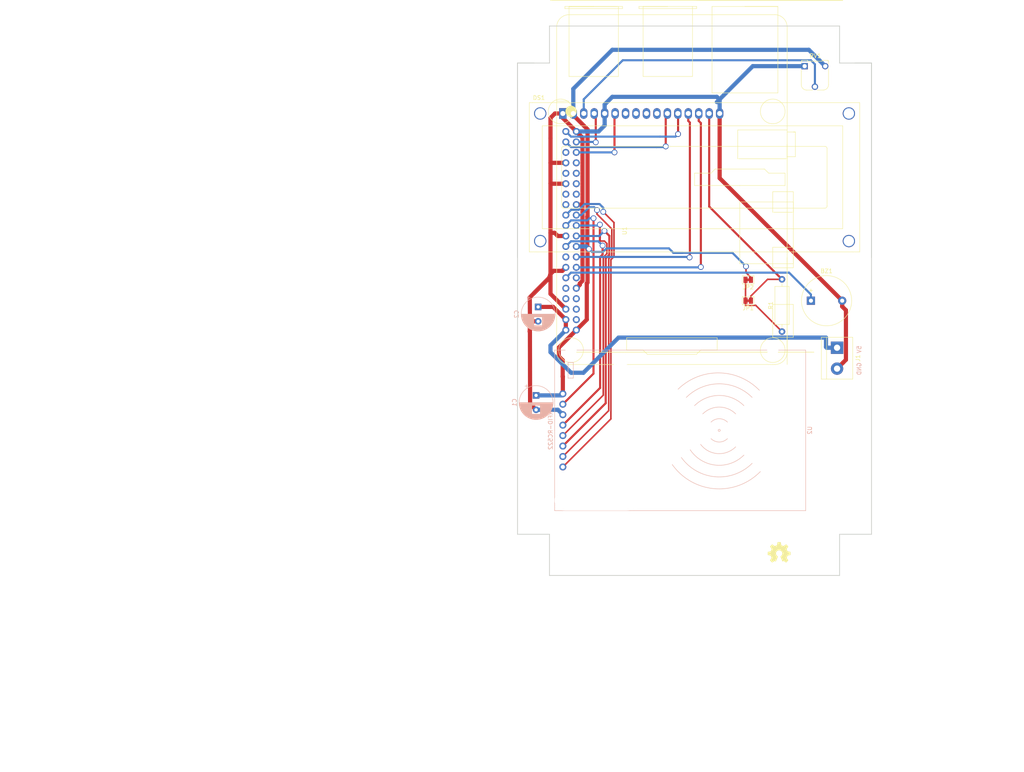
<source format=kicad_pcb>
(kicad_pcb (version 20221018) (generator pcbnew)
  (title_block (date "26 jul 2013"))
  (layers (0 "F.Cu" signal) (31 "B.Cu" signal) (34 "B.Paste" user) (35 "F.Paste" user) (36 "B.SilkS" user "B.Silkscreen") (37 "F.SilkS" user "F.Silkscreen") (38 "B.Mask" user) (39 "F.Mask" user) (44 "Edge.Cuts" user))
  (net 0 "")
  (net 1 "GND")
  (net 2 "+3V3")
  (net 3 "Net-(U1-Pad3)")
  (net 4 "Net-(U1-Pad5)")
  (net 5 "Net-(U1-Pad8)")
  (net 6 "Net-(U1-Pad10)")
  (net 7 "Net-(U1-Pad11)")
  (net 8 "Net-(BZ1-Pad1)")
  (net 9 "Net-(DS1-Pad3)")
  (net 10 "Net-(DS1-Pad4)")
  (net 11 "Net-(DS1-Pad6)")
  (net 12 "Net-(DS1-Pad7)")
  (net 13 "Net-(DS1-Pad8)")
  (net 14 "Net-(DS1-Pad9)")
  (net 15 "Net-(DS1-Pad10)")
  (net 16 "Net-(DS1-Pad11)")
  (net 17 "Net-(DS1-Pad12)")
  (net 18 "Net-(DS1-Pad13)")
  (net 19 "Net-(DS1-Pad14)")
  (net 20 "Net-(DS1-Pad15)")
  (net 21 "Net-(JP1-Pad2)")
  (net 22 "Net-(U1-Pad16)")
  (net 23 "Net-(U1-Pad21)")
  (net 24 "Net-(U1-Pad24)")
  (net 25 "Net-(U1-Pad26)")
  (net 26 "Net-(U1-Pad27)")
  (net 27 "Net-(U1-Pad28)")
  (net 28 "Net-(U1-Pad29)")
  (net 29 "Net-(U1-Pad31)")
  (net 30 "Net-(U1-Pad32)")
  (net 31 "+5V")
  (net 32 "Net-(U1-Pad7)")
  (net 33 "Net-(U1-Pad19)")
  (net 34 "Net-(U1-Pad23)")
  (net 35 "Net-(U1-Pad33)")
  (net 36 "Net-(U1-Pad36)")
  (net 37 "Net-(U1-Pad22)")
  (net 38 "Net-(U1-Pad18)")
  (footprint "Wire_Pads:SolderWirePad_single_1-2mmDrill" (layer "F.Cu") (at 26.0756 81.8798)
    (fp_text reference "REF**" hide)
    (fp_text value "SolderWirePad_single_1-2mmDrill" hide)
  )
  (footprint "Jumper:SolderJumper-2_P1.3mm_Bridged_Pad1.0x1.5mm" (layer "F.Cu") (at 193.04 110.49 180)
    (fp_text reference "JP1" (at 0 -1.8) (layer "F.SilkS"))
    (fp_text value "SolderJumper_2_Bridged")
    (fp_poly (pts (xy -0.25 -0.3) (xy 0.25 -0.3) (xy 0.25 0.3) (xy -0.25 0.3)) (fill solid) (layer "F.Cu"))
    (pad "1" smd rect (at -0.65 0 180) (size 1 1.5) (layers "F.Cu" "F.Mask") (net 20 "Net-(DS1-Pad15)"))
    (pad "2" smd rect (at 0.65 0 180) (size 1 1.5) (layers "F.Cu" "F.Mask") (net 21 "Net-(JP1-Pad2)"))
  )
  (footprint "Jumper:SolderJumper-2_P1.3mm_Bridged_Pad1.0x1.5mm" (layer "F.Cu") (at 193.04 105.41 180)
    (fp_text reference "JP2" (at 0 -1.8) (layer "F.SilkS"))
    (fp_text value "SolderJumper_2_Bridged")
    (fp_poly (pts (xy -0.25 -0.3) (xy 0.25 -0.3) (xy 0.25 0.3) (xy -0.25 0.3)) (fill solid) (layer "F.Cu"))
    (pad "1" smd rect (at -0.65 0 180) (size 1 1.5) (layers "F.Cu" "F.Mask") (net 2 "+3V3"))
    (pad "2" smd rect (at 0.65 0 180) (size 1 1.5) (layers "F.Cu" "F.Mask") (net 21 "Net-(JP1-Pad2)"))
  )
  (footprint "Resistor_THT:R_Axial_DIN0309_L9.0mm_D3.2mm_P12.70mm_Horizontal" (layer "F.Cu") (at 201.25 118 90)
    (fp_text reference "R1" (at 6.35 -2.72 90) (layer "F.SilkS"))
    (fp_text value "R")
    (pad "1" thru_hole circle (at 0 0 90) (size 1.6 1.6) (drill 0.8) (layers "*.Cu" "*.Mask") (net 21 "Net-(JP1-Pad2)"))
    (pad "2" thru_hole oval (at 12.7 0 90) (size 1.6 1.6) (drill 0.8) (layers "*.Cu" "*.Mask") (net 20 "Net-(DS1-Pad15)"))
  )
  (footprint "Potentiometer_THT:Potentiometer_Runtron_RM-065_Vertical" (layer "F.Cu") (at 206.75 53.5)
    (fp_text reference "RV1" (at 2.6 -2.5) (layer "F.SilkS"))
    (fp_text value "R_POT")
    (pad "1" thru_hole rect (at 0 0) (size 1.55 1.55) (drill 1) (layers "*.Cu" "*.Mask") (net 1 "GND"))
    (pad "2" thru_hole circle (at 2.5 5) (size 1.55 1.55) (drill 1) (layers "*.Cu" "*.Mask") (net 9 "Net-(DS1-Pad3)"))
    (pad "3" thru_hole circle (at 5 0) (size 1.55 1.55) (drill 1) (layers "*.Cu" "*.Mask") (net 2 "+3V3"))
  )
  (footprint "MountingHole:MountingHole_2.5mm" (layer "F.Cu") (at 219 100)
    (fp_text reference "REF**" hide)
    (fp_text value "MountingHole_2.5mm")
    (pad "" np_thru_hole circle (at 0 0) (size 2.5 2.5) (drill 2.5) (layers "*.Cu" "*.Mask"))
  )
  (footprint "MountingHole:MountingHole_2.5mm" (layer "F.Cu") (at 141 100)
    (fp_text reference "REF**" hide)
    (fp_text value "MountingHole_2.5mm")
    (pad "" np_thru_hole circle (at 0 0) (size 2.5 2.5) (drill 2.5) (layers "*.Cu" "*.Mask"))
  )
  (footprint "MountingHole:MountingHole_2.5mm" (layer "F.Cu") (at 219 59)
    (fp_text reference "REF**" hide)
    (fp_text value "MountingHole_2.5mm")
    (pad "" np_thru_hole circle (at 0 0) (size 2.5 2.5) (drill 2.5) (layers "*.Cu" "*.Mask"))
  )
  (footprint "MountingHole:MountingHole_2.5mm" (layer "F.Cu") (at 141 59)
    (fp_text reference "REF**" hide)
    (fp_text value "MountingHole_2.5mm")
    (pad "" np_thru_hole circle (at 0 0) (size 2.5 2.5) (drill 2.5) (layers "*.Cu" "*.Mask"))
  )
  (footprint "MountingHole:MountingHole_2.5mm" (layer "F.Cu") (at 219 160)
    (fp_text reference "REF**" hide)
    (fp_text value "MountingHole_2.5mm")
    (pad "" np_thru_hole circle (at 0 0) (size 2.5 2.5) (drill 2.5) (layers "*.Cu" "*.Mask"))
  )
  (footprint "Buzzer_Beeper:Buzzer_12x9.5RM7.6" (layer "F.Cu") (at 208.28 110.49)
    (fp_text reference "BZ1" (at 3.8 -7.2) (layer "F.SilkS"))
    (fp_text value "Buzzer")
    (fp_text user "+" (at -0.01 -2.54) (layer "F.SilkS"))
    (pad "1" thru_hole rect (at 0 0) (size 2 2) (drill 1) (layers "*.Cu" "*.Mask") (net 8 "Net-(BZ1-Pad1)"))
    (pad "2" thru_hole circle (at 7.6 0) (size 2 2) (drill 1) (layers "*.Cu" "*.Mask") (net 1 "GND"))
  )
  (footprint "Display:WC1602A" (layer "F.Cu") (at 148 65)
    (fp_text reference "DS1" (at -5.82 -3.81) (layer "F.SilkS"))
    (fp_text value "WC1602A")
    (pad "" thru_hole circle (at -5.4991 0) (size 3 3) (drill 2.5) (layers "*.Cu" "*.Mask"))
    (pad "" thru_hole circle (at -5.4991 31.0007) (size 3 3) (drill 2.5) (layers "*.Cu" "*.Mask"))
    (pad "" thru_hole circle (at 69.49948 31.0007) (size 3 3) (drill 2.5) (layers "*.Cu" "*.Mask"))
    (pad "" thru_hole circle (at 69.5 0) (size 3 3) (drill 2.5) (layers "*.Cu" "*.Mask"))
    (pad "1" thru_hole rect (at 0 0) (size 1.8 2.6) (drill 1.2) (layers "*.Cu" "*.Mask") (net 1 "GND"))
    (pad "2" thru_hole oval (at 2.54 0) (size 1.8 2.6) (drill 1.2) (layers "*.Cu" "*.Mask") (net 2 "+3V3"))
    (pad "3" thru_hole oval (at 5.08 0) (size 1.8 2.6) (drill 1.2) (layers "*.Cu" "*.Mask") (net 9 "Net-(DS1-Pad3)"))
    (pad "4" thru_hole oval (at 7.62 0) (size 1.8 2.6) (drill 1.2) (layers "*.Cu" "*.Mask") (net 10 "Net-(DS1-Pad4)"))
    (pad "5" thru_hole oval (at 10.16 0) (size 1.8 2.6) (drill 1.2) (layers "*.Cu" "*.Mask") (net 1 "GND"))
    (pad "6" thru_hole oval (at 12.7 0) (size 1.8 2.6) (drill 1.2) (layers "*.Cu" "*.Mask") (net 11 "Net-(DS1-Pad6)"))
    (pad "7" thru_hole oval (at 15.24 0) (size 1.8 2.6) (drill 1.2) (layers "*.Cu" "*.Mask") (net 12 "Net-(DS1-Pad7)"))
    (pad "8" thru_hole oval (at 17.78 0) (size 1.8 2.6) (drill 1.2) (layers "*.Cu" "*.Mask") (net 13 "Net-(DS1-Pad8)"))
    (pad "9" thru_hole oval (at 20.32 0) (size 1.8 2.6) (drill 1.2) (layers "*.Cu" "*.Mask") (net 14 "Net-(DS1-Pad9)"))
    (pad "10" thru_hole oval (at 22.86 0) (size 1.8 2.6) (drill 1.2) (layers "*.Cu" "*.Mask") (net 15 "Net-(DS1-Pad10)"))
    (pad "11" thru_hole oval (at 25.4 0) (size 1.8 2.6) (drill 1.2) (layers "*.Cu" "*.Mask") (net 16 "Net-(DS1-Pad11)"))
    (pad "12" thru_hole oval (at 27.94 0) (size 1.8 2.6) (drill 1.2) (layers "*.Cu" "*.Mask") (net 17 "Net-(DS1-Pad12)"))
    (pad "13" thru_hole oval (at 30.48 0) (size 1.8 2.6) (drill 1.2) (layers "*.Cu" "*.Mask") (net 18 "Net-(DS1-Pad13)"))
    (pad "14" thru_hole oval (at 33.02 0) (size 1.8 2.6) (drill 1.2) (layers "*.Cu" "*.Mask") (net 19 "Net-(DS1-Pad14)"))
    (pad "15" thru_hole oval (at 35.56 0) (size 1.8 2.6) (drill 1.2) (layers "*.Cu" "*.Mask") (net 20 "Net-(DS1-Pad15)"))
    (pad "16" thru_hole oval (at 38.1 0) (size 1.8 2.6) (drill 1.2) (layers "*.Cu" "*.Mask") (net 1 "GND"))
  )
  (footprint "TerminalBlock:TerminalBlock_bornier-2_P5.08mm" (layer "F.Cu") (at 214.63 121.92 -90)
    (fp_text reference "J1" (at 2.54 -5.08 90) (layer "F.SilkS"))
    (fp_text value "Screw_Terminal_01x02")
    (pad "1" thru_hole rect (at 0 0 270) (size 3 3) (drill 1.52) (layers "*.Cu" "*.Mask") (net 31 "+5V"))
    (pad "2" thru_hole circle (at 5.08 0 270) (size 3 3) (drill 1.52) (layers "*.Cu" "*.Mask") (net 1 "GND"))
  )
  (footprint "MountingHole:MountingHole_2.5mm" (layer "F.Cu") (at 141 160)
    (fp_text reference "REF**" hide)
    (fp_text value "MountingHole_2.5mm")
    (pad "" np_thru_hole circle (at 0 0) (size 2.5 2.5) (drill 2.5) (layers "*.Cu" "*.Mask"))
  )
  (footprint "MountingHole:MountingHole_2.5mm" (layer "F.Cu") (at 156 159)
    (fp_text reference "REF**" hide)
    (fp_text value "MountingHole_2.5mm")
    (pad "" np_thru_hole oval (at 0 0) (size 20 5) (drill oval 20 5) (layers "*.Cu" "*.Mask"))
  )
  (footprint "library:OSHW_LOGL_SYLK_5mm" (layer "F.Cu") (at 200.5584 171.6278)
    (fp_text reference "OSHW" hide)
    (fp_text value "1.1" hide)
  )
  (footprint "library:RaspberryPiModelB" (layer "F.Cu") (at 150 93.5 90)
    (fp_text reference "U1" (at 0 13 90) (layer "F.SilkS"))
    (fp_text value "RASPBERRYPI_GPIO_40")
    (pad "" np_thru_hole circle (at -29 0 90) (size 2.75 2.75) (drill 2.75) (layers "*.Cu" "*.Mask"))
    (pad "" np_thru_hole circle (at -29 49 90) (size 2.75 2.75) (drill 2.75) (layers "*.Cu" "*.Mask"))
    (pad "" smd circle (at 29 0 90) (size 2.75 2.75) (layers "F.SilkS"))
    (pad "" np_thru_hole circle (at 29 49 90) (size 2.75 2.75) (drill 2.75) (layers "*.Cu" "*.Mask"))
    (pad "1" thru_hole circle (at -24.13 1.27 90) (size 1.7 1.7) (drill 1) (layers "*.Cu" "*.Mask") (net 2 "+3V3"))
    (pad "2" thru_hole circle (at -24.13 -1.27 90) (size 1.7 1.7) (drill 1) (layers "*.Cu" "*.Mask") (net 31 "+5V"))
    (pad "3" thru_hole circle (at -21.59 1.27 90) (size 1.7 1.7) (drill 1) (layers "*.Cu" "*.Mask") (net 3 "Net-(U1-Pad3)"))
    (pad "4" thru_hole circle (at -21.59 -1.27 90) (size 1.7 1.7) (drill 1) (layers "*.Cu" "*.Mask") (net 31 "+5V"))
    (pad "5" thru_hole circle (at -19.05 1.27 90) (size 1.7 1.7) (drill 1) (layers "*.Cu" "*.Mask") (net 4 "Net-(U1-Pad5)"))
    (pad "6" thru_hole circle (at -19.05 -1.27 90) (size 1.7 1.7) (drill 1) (layers "*.Cu" "*.Mask") (net 1 "GND"))
    (pad "7" thru_hole circle (at -16.51 1.27 90) (size 1.7 1.7) (drill 1) (layers "*.Cu" "*.Mask") (net 32 "Net-(U1-Pad7)"))
    (pad "8" thru_hole circle (at -16.51 -1.27 90) (size 1.7 1.7) (drill 1) (layers "*.Cu" "*.Mask") (net 5 "Net-(U1-Pad8)"))
    (pad "9" thru_hole circle (at -13.97 1.27 90) (size 1.7 1.7) (drill 1) (layers "*.Cu" "*.Mask") (net 1 "GND"))
    (pad "10" thru_hole circle (at -13.97 -1.27 90) (size 1.7 1.7) (drill 1) (layers "*.Cu" "*.Mask") (net 6 "Net-(U1-Pad10)"))
    (pad "11" thru_hole circle (at -11.43 1.27 90) (size 1.7 1.7) (drill 1) (layers "*.Cu" "*.Mask") (net 7 "Net-(U1-Pad11)"))
    (pad "12" thru_hole circle (at -11.43 -1.27 90) (size 1.7 1.7) (drill 1) (layers "*.Cu" "*.Mask") (net 8 "Net-(BZ1-Pad1)"))
    (pad "13" thru_hole circle (at -8.89 1.27 90) (size 1.7 1.7) (drill 1) (layers "*.Cu" "*.Mask") (net 19 "Net-(DS1-Pad14)"))
    (pad "14" thru_hole circle (at -8.89 -1.27 90) (size 1.7 1.7) (drill 1) (layers "*.Cu" "*.Mask") (net 1 "GND"))
    (pad "15" thru_hole circle (at -6.35 1.27 90) (size 1.7 1.7) (drill 1) (layers "*.Cu" "*.Mask") (net 18 "Net-(DS1-Pad13)"))
    (pad "16" thru_hole circle (at -6.35 -1.27 90) (size 1.7 1.7) (drill 1) (layers "*.Cu" "*.Mask") (net 22 "Net-(U1-Pad16)"))
    (pad "17" thru_hole circle (at -3.81 1.27 90) (size 1.7 1.7) (drill 1) (layers "*.Cu" "*.Mask") (net 2 "+3V3"))
    (pad "18" thru_hole circle (at -3.81 -1.27 90) (size 1.7 1.7) (drill 1) (layers "*.Cu" "*.Mask") (net 38 "Net-(U1-Pad18)"))
    (pad "19" thru_hole circle (at -1.27 1.27 90) (size 1.7 1.7) (drill 1) (layers "*.Cu" "*.Mask") (net 33 "Net-(U1-Pad19)"))
    (pad "20" thru_hole circle (at -1.27 -1.27 90) (size 1.7 1.7) (drill 1) (layers "*.Cu" "*.Mask") (net 1 "GND"))
    (pad "21" thru_hole circle (at 1.27 1.27 90) (size 1.7 1.7) (drill 1) (layers "*.Cu" "*.Mask") (net 23 "Net-(U1-Pad21)"))
    (pad "22" thru_hole circle (at 1.27 -1.27 90) (size 1.7 1.7) (drill 1) (layers "*.Cu" "*.Mask") (net 37 "Net-(U1-Pad22)"))
    (pad "23" thru_hole circle (at 3.81 1.27 90) (size 1.7 1.7) (drill 1) (layers "*.Cu" "*.Mask") (net 34 "Net-(U1-Pad23)"))
    (pad "24" thru_hole circle (at 3.81 -1.27 90) (size 1.7 1.7) (drill 1) (layers "*.Cu" "*.Mask") (net 24 "Net-(U1-Pad24)"))
    (pad "25" thru_hole circle (at 6.35 1.27 90) (size 1.7 1.7) (drill 1) (layers "*.Cu" "*.Mask") (net 1 "GND"))
    (pad "26" thru_hole circle (at 6.35 -1.27 90) (size 1.7 1.7) (drill 1) (layers "*.Cu" "*.Mask") (net 25 "Net-(U1-Pad26)"))
    (pad "27" thru_hole circle (at 8.89 1.27 90) (size 1.7 1.7) (drill 1) (layers "*.Cu" "*.Mask") (net 26 "Net-(U1-Pad27)"))
    (pad "28" thru_hole circle (at 8.89 -1.27 90) (size 1.7 1.7) (drill 1) (layers "*.Cu" "*.Mask") (net 27 "Net-(U1-Pad28)"))
    (pad "29" thru_hole circle (at 11.43 1.27 90) (size 1.7 1.7) (drill 1) (layers "*.Cu" "*.Mask") (net 28 "Net-(U1-Pad29)"))
    (pad "30" thru_hole circle (at 11.43 -1.27 90) (size 1.7 1.7) (drill 1) (layers "*.Cu" "*.Mask") (net 1 "GND"))
    (pad "31" thru_hole circle (at 13.97 1.27 90) (size 1.7 1.7) (drill 1) (layers "*.Cu" "*.Mask") (net 29 "Net-(U1-Pad31)"))
    (pad "32" thru_hole circle (at 13.97 -1.27 90) (size 1.7 1.7) (drill 1) (layers "*.Cu" "*.Mask") (net 30 "Net-(U1-Pad32)"))
    (pad "33" thru_hole circle (at 16.51 1.27 90) (size 1.7 1.7) (drill 1) (layers "*.Cu" "*.Mask") (net 35 "Net-(U1-Pad33)"))
    (pad "34" thru_hole circle (at 16.51 -1.27 90) (size 1.7 1.7) (drill 1) (layers "*.Cu" "*.Mask") (net 1 "GND"))
    (pad "35" thru_hole circle (at 19.05 1.27 90) (size 1.7 1.7) (drill 1) (layers "*.Cu" "*.Mask") (net 11 "Net-(DS1-Pad6)"))
    (pad "36" thru_hole circle (at 19.05 -1.27 90) (size 1.7 1.7) (drill 1) (layers "*.Cu" "*.Mask") (net 36 "Net-(U1-Pad36)"))
    (pad "37" thru_hole circle (at 21.59 1.27 90) (size 1.7 1.7) (drill 1) (layers "*.Cu" "*.Mask") (net 10 "Net-(DS1-Pad4)"))
    (pad "38" thru_hole circle (at 21.59 -1.27 90) (size 1.7 1.7) (drill 1) (layers "*.Cu" "*.Mask") (net 16 "Net-(DS1-Pad11)"))
    (pad "39" thru_hole circle (at 24.13 1.27 90) (size 1.7 1.7) (drill 1) (layers "*.Cu" "*.Mask") (net 1 "GND"))
    (pad "40" thru_hole circle (at 24.13 -1.27 90) (size 1.7 1.7) (drill 1) (layers "*.Cu" "*.Mask") (net 17 "Net-(DS1-Pad12)"))
  )
  (footprint "Capacitor_THT:CP_Radial_D8.0mm_P3.50mm" (layer "B.Cu") (at 142 112 -90)
    (fp_text reference "C2" (at 1.75 5.25 270) (layer "B.SilkS") (effects (justify mirror)))
    (fp_text value "CP")
    (pad "1" thru_hole rect (at 0 0 270) (size 1.6 1.6) (drill 0.8) (layers "*.Cu" "*.Mask") (net 31 "+5V"))
    (pad "2" thru_hole circle (at 3.5 0 270) (size 1.6 1.6) (drill 0.8) (layers "*.Cu" "*.Mask") (net 1 "GND"))
  )
  (footprint "library:RFID-RC522" (layer "B.Cu") (at 148 142 -90)
    (fp_text reference "U2" (at 0 -60 270) (layer "B.SilkS") (effects (justify mirror)))
    (fp_text value "RFID-RC522" (at 0 3 270) (layer "B.SilkS") (effects (justify mirror)))
    (pad "" np_thru_hole circle (at -17 -14 270) (size 3.8 3.8) (drill 3.8) (layers "*.Cu" "*.Mask"))
    (pad "" np_thru_hole circle (at -12.5 -52 270) (size 3.8 3.8) (drill 3.8) (layers "*.Cu" "*.Mask"))
    (pad "" np_thru_hole circle (at 12.5 -52 270) (size 3.8 3.8) (drill 3.8) (layers "*.Cu" "*.Mask"))
    (pad "" np_thru_hole circle (at 17 -14 270) (size 3.8 3.8) (drill 3.8) (layers "*.Cu" "*.Mask"))
    (pad "1" thru_hole circle (at -8.89 0 270) (size 1.7 1.7) (drill 1) (layers "*.Cu" "*.Mask") (net 2 "+3V3"))
    (pad "2" thru_hole circle (at -6.35 0 270) (size 1.7 1.7) (drill 1) (layers "*.Cu" "*.Mask") (net 37 "Net-(U1-Pad22)"))
    (pad "3" thru_hole circle (at -3.81 0 270) (size 1.7 1.7) (drill 1) (layers "*.Cu" "*.Mask") (net 1 "GND"))
    (pad "4" thru_hole circle (at -1.27 0 270) (size 1.7 1.7) (drill 1) (layers "*.Cu" "*.Mask") (net 38 "Net-(U1-Pad18)"))
    (pad "5" thru_hole circle (at 1.27 0 270) (size 1.7 1.7) (drill 1) (layers "*.Cu" "*.Mask") (net 23 "Net-(U1-Pad21)"))
    (pad "6" thru_hole circle (at 3.81 0 270) (size 1.7 1.7) (drill 1) (layers "*.Cu" "*.Mask") (net 33 "Net-(U1-Pad19)"))
    (pad "7" thru_hole circle (at 6.35 0 270) (size 1.7 1.7) (drill 1) (layers "*.Cu" "*.Mask") (net 34 "Net-(U1-Pad23)"))
    (pad "8" thru_hole circle (at 8.89 0 270) (size 1.7 1.7) (drill 1) (layers "*.Cu" "*.Mask") (net 24 "Net-(U1-Pad24)"))
  )
  (footprint "Capacitor_THT:CP_Radial_D8.0mm_P3.50mm" (layer "B.Cu") (at 141.5 133.5 -90)
    (fp_text reference "C1" (at 1.75 5.25 90) (layer "B.SilkS") (effects (justify mirror)))
    (fp_text value "CP")
    (pad "1" thru_hole rect (at 0 0 270) (size 1.6 1.6) (drill 0.8) (layers "*.Cu" "*.Mask") (net 2 "+3V3"))
    (pad "2" thru_hole circle (at 3.5 0 270) (size 1.6 1.6) (drill 0.8) (layers "*.Cu" "*.Mask") (net 1 "GND"))
  )
  (gr_line (start 216 37.5) (end 145 37.5) (stroke (width 0.15)) (layer "F.SilkS"))
  (gr_line (start 180 123) (end 151 123) (stroke (width 0.15)) (layer "F.SilkS"))
  (gr_line (start 180 123) (end 209 123) (stroke (width 0.15)) (layer "F.SilkS"))
  (gr_line (start 180.5 37.5) (end 216 37.5) (stroke (width 0.15)) (layer "F.SilkS"))
  (gr_line (start 223 53) (end 223 59) (stroke (width 0.2)) (layer "Edge.Cuts"))
  (gr_line (start 137 52.75) (end 137 53) (stroke (width 0.2)) (layer "Edge.Cuts"))
  (gr_line (start 144.75 52.75) (end 137 52.75) (stroke (width 0.2)) (layer "Edge.Cuts"))
  (gr_line (start 137 167.25) (end 137 52.75) (stroke (width 0.2)) (layer "Edge.Cuts"))
  (gr_line (start 223 52.75) (end 215.25 52.75) (stroke (width 0.2)) (layer "Edge.Cuts"))
  (gr_line (start 141 52.75) (end 137 52.75) (stroke (width 0.2)) (layer "Edge.Cuts"))
  (gr_line (start 137 59) (end 137 100) (stroke (width 0.2)) (layer "Edge.Cuts"))
  (gr_line (start 223 167.25) (end 215.25 167.25) (stroke (width 0.2)) (layer "Edge.Cuts"))
  (gr_line (start 215.25 43.75) (end 144.75 43.75) (stroke (width 0.2)) (layer "Edge.Cuts"))
  (gr_line (start 223 52.75) (end 219 52.75) (stroke (width 0.2)) (layer "Edge.Cuts"))
  (gr_line (start 215.25 52.75) (end 215.25 43.75) (stroke (width 0.2)) (layer "Edge.Cuts"))
  (gr_line (start 137 59) (end 137 53) (stroke (width 0.2)) (layer "Edge.Cuts"))
  (gr_line (start 144.75 43.75) (end 144.75 52.75) (stroke (width 0.2)) (layer "Edge.Cuts"))
  (gr_line (start 223 100) (end 223 59) (stroke (width 0.2)) (layer "Edge.Cuts"))
  (gr_line (start 215.25 177.25) (end 144.75 177.25) (stroke (width 0.2)) (layer "Edge.Cuts"))
  (gr_line (start 223 53) (end 223 52.75) (stroke (width 0.2)) (layer "Edge.Cuts"))
  (gr_line (start 144.75 167.25) (end 137 167.25) (stroke (width 0.2)) (layer "Edge.Cuts"))
  (gr_line (start 144.75 177.25) (end 144.75 167.25) (stroke (width 0.2)) (layer "Edge.Cuts"))
  (gr_line (start 215.25 167.25) (end 215.25 177.25) (stroke (width 0.2)) (layer "Edge.Cuts"))
  (gr_line (start 223 52.75) (end 223 167.25) (stroke (width 0.2)) (layer "Edge.Cuts"))
  (gr_text "5V   GND" (at 220 125 90) (layer "B.SilkS") (effects (font (size 1 1)) (justify mirror)))
  (segment (start 145.760001 103.239999) (end 145 104) (width 1.016) (layer "F.Cu") (net 1))
  (segment (start 140 118) (end 140.041999 135.541999) (width 1.016) (layer "F.Cu") (net 1))
  (segment (start 145 66.084) (end 145 71) (width 1.016) (layer "F.Cu") (net 1))
  (segment (start 148 66.1) (end 151.27 69.37) (width 1.016) (layer "F.Cu") (net 1))
  (segment (start 152.119999 106.620001) (end 152.119999 106.311843) (width 1.016) (layer "F.Cu") (net 1))
  (segment (start 140.97 108.6866) (end 139.969199 109.687401) (width 1.016) (layer "F.Cu") (net 1))
  (segment (start 141.1224 108.5088) (end 144.653 104.9782) (width 1.016) (layer "F.Cu") (net 1))
  (segment (start 148.73 94.77) (end 146.77 94.77) (width 1.016) (layer "F.Cu") (net 1))
  (segment (start 140.48436 115.5) (end 142 115.5) (width 1.016) (layer "F.Cu") (net 1))
  (segment (start 216.788001 112.812214) (end 216.788001 124.841999) (width 1.016) (layer "F.Cu") (net 1))
  (segment (start 146 94) (end 145 94) (width 1.016) (layer "F.Cu") (net 1))
  (segment (start 139.969199 109.687401) (end 140 114) (width 1.016) (layer "F.Cu") (net 1))
  (segment (start 144.658901 104.997699) (end 145 104) (width 1.016) (layer "F.Cu") (net 1))
  (segment (start 215.88 110.49) (end 215.88 111.904213) (width 1.016) (layer "F.Cu") (net 1))
  (segment (start 186.1 65) (end 186.1 80.71) (width 1.016) (layer "F.Cu") (net 1))
  (segment (start 152.778001 87.221999) (end 152.706002 87.15) (width 1.016) (layer "F.Cu") (net 1))
  (segment (start 139.99218 115.00782) (end 140.48436 115.5) (width 1.016) (layer "F.Cu") (net 1))
  (segment (start 140.041999 135.541999) (end 140.700001 136.200001) (width 1.016) (layer "F.Cu") (net 1))
  (segment (start 139.969199 117.969199) (end 140 118) (width 1.016) (layer "F.Cu") (net 1))
  (segment (start 145 108.82) (end 145 104) (width 1.016) (layer "F.Cu") (net 1))
  (segment (start 148.73 76.99) (end 145.01 76.99) (width 1.016) (layer "F.Cu") (net 1))
  (segment (start 148.73 102.39) (end 147.880001 103.239999) (width 1.016) (layer "F.Cu") (net 1))
  (segment (start 151.27 87.15) (end 152.706002 87.15) (width 1.016) (layer "F.Cu") (net 1))
  (segment (start 139.99218 115.00782) (end 139.969199 117.969199) (width 1.016) (layer "F.Cu") (net 1))
  (segment (start 216.788001 124.841999) (end 216.129999 125.500001) (width 1.016) (layer "F.Cu") (net 1))
  (segment (start 146.77 94.77) (end 146 94) (width 1.016) (layer "F.Cu") (net 1))
  (segment (start 144.653 104.9782) (end 140.97 108.6866) (width 1.016) (layer "F.Cu") (net 1))
  (segment (start 152.119999 106.311843) (end 152.778001 105.653841) (width 1.016) (layer "F.Cu") (net 1))
  (segment (start 144.653 104.9782) (end 144.658901 104.997699) (width 1.016) (layer "F.Cu") (net 1))
  (segment (start 148.73 82.07) (end 145.07 82.07) (width 1.016) (layer "F.Cu") (net 1))
  (segment (start 145 82) (end 145 77) (width 1.016) (layer "F.Cu") (net 1))
  (segment (start 152.778001 70.878001) (end 152.778001 87.221999) (width 1.016) (layer "F.Cu") (net 1))
  (segment (start 147.880001 103.239999) (end 145.760001 103.239999) (width 1.016) (layer "F.Cu") (net 1))
  (segment (start 145 77) (end 145 71) (width 1.016) (layer "F.Cu") (net 1))
  (segment (start 186.1 80.71) (end 215.88 110.49) (width 1.016) (layer "F.Cu") (net 1))
  (segment (start 145 94) (end 145 82) (width 1.016) (layer "F.Cu") (net 1))
  (segment (start 140 114) (end 139.99218 115.00782) (width 1.016) (layer "F.Cu") (net 1))
  (segment (start 148 65) (end 146.084 65) (width 1.016) (layer "F.Cu") (net 1))
  (segment (start 145.01 76.99) (end 145 77) (width 1.016) (layer "F.Cu") (net 1))
  (segment (start 140.041999 117.166971) (end 140 118) (width 1.016) (layer "F.Cu") (net 1))
  (segment (start 145.07 82.07) (end 145 82) (width 1.016) (layer "F.Cu") (net 1))
  (segment (start 151.27 107.47) (end 152.119999 106.620001) (width 1.016) (layer "F.Cu") (net 1))
  (segment (start 215.88 111.904213) (end 216.788001 112.812214) (width 1.016) (layer "F.Cu") (net 1))
  (segment (start 145 104) (end 145 94) (width 1.016) (layer "F.Cu") (net 1))
  (segment (start 152.778001 105.653841) (end 152.778001 87.221999) (width 1.016) (layer "F.Cu") (net 1))
  (segment (start 148.73 112.55) (end 145 108.82) (width 1.016) (layer "F.Cu") (net 1))
  (segment (start 148 65) (end 148 66.1) (width 1.016) (layer "F.Cu") (net 1))
  (segment (start 216.129999 125.500001) (end 214.63 127) (width 1.016) (layer "F.Cu") (net 1))
  (segment (start 140.700001 136.200001) (end 141.5 137) (width 1.016) (layer "F.Cu") (net 1))
  (segment (start 151.27 69.37) (end 152.778001 70.878001) (width 1.016) (layer "F.Cu") (net 1))
  (segment (start 146.084 65) (end 145 66.084) (width 1.016) (layer "F.Cu") (net 1))
  (segment (start 156.69 69.37) (end 158.16 67.9) (width 1.016) (layer "B.Cu") (net 1))
  (segment (start 158.16 67.9) (end 158.16 65) (width 1.016) (layer "B.Cu") (net 1))
  (segment (start 158.16 62.82) (end 160.02 60.96) (width 1.016) (layer "B.Cu") (net 1))
  (segment (start 160.02 60.96) (end 185.42 60.96) (width 1.016) (layer "B.Cu") (net 1))
  (segment (start 185.42 60.96) (end 186.1 61.64) (width 1.016) (layer "B.Cu") (net 1))
  (segment (start 186.1 61.64) (end 186.1 65) (width 1.016) (layer "B.Cu") (net 1))
  (segment (start 194.15 53.5) (end 185.42 62.23) (width 1.016) (layer "B.Cu") (net 1))
  (segment (start 146.81 137) (end 148 138.19) (width 1.016) (layer "B.Cu") (net 1))
  (segment (start 158.16 65) (end 158.16 62.82) (width 1.016) (layer "B.Cu") (net 1))
  (segment (start 141.5 137) (end 146.81 137) (width 1.016) (layer "B.Cu") (net 1))
  (segment (start 151.27 69.37) (end 156.69 69.37) (width 1.016) (layer "B.Cu") (net 1))
  (segment (start 206.75 53.5) (end 194.15 53.5) (width 1.016) (layer "B.Cu") (net 1))
  (segment (start 147 121.9) (end 151.27 117.63) (width 1.016) (layer "F.Cu") (net 2))
  (segment (start 147 124) (end 147 121.9) (width 1.016) (layer "F.Cu") (net 2))
  (segment (start 153.817989 115.082011) (end 153.81799 106.26284) (width 1.016) (layer "F.Cu") (net 2))
  (segment (start 147.966999 124.966999) (end 147 124) (width 1.016) (layer "F.Cu") (net 2))
  (segment (start 193.69 104.847098) (end 192.5066 103.663698) (width 0.381) (layer "F.Cu") (net 2))
  (segment (start 154 68.86) (end 150.54 65.4) (width 1.016) (layer "F.Cu") (net 2))
  (segment (start 154 98) (end 154.281148 98) (width 0.508) (layer "F.Cu") (net 2))
  (segment (start 154 106.08083) (end 154 98) (width 1.016) (layer "F.Cu") (net 2))
  (segment (start 193.69 105.41) (end 193.69 104.847098) (width 0.381) (layer "F.Cu") (net 2))
  (segment (start 150.54 65.4) (end 150.54 65) (width 1.016) (layer "F.Cu") (net 2))
  (segment (start 192.5066 103.663698) (end 192.5066 102.1588) (width 0.381) (layer "F.Cu") (net 2))
  (segment (start 154.281148 98) (end 154.346355 97.934793) (width 0.508) (layer "F.Cu") (net 2))
  (segment (start 151.27 117.63) (end 153.817989 115.082011) (width 1.016) (layer "F.Cu") (net 2))
  (segment (start 153.944012 97.944012) (end 153.944012 90.046486) (width 1.016) (layer "F.Cu") (net 2))
  (segment (start 147.966999 128.916999) (end 147.966999 124.966999) (width 1.016) (layer "F.Cu") (net 2))
  (segment (start 153.81799 106.26284) (end 154 106.08083) (width 1.016) (layer "F.Cu") (net 2))
  (segment (start 153.944012 90.046486) (end 154 89.990498) (width 1.016) (layer "F.Cu") (net 2))
  (segment (start 148 128.95) (end 147.966999 128.916999) (width 1.016) (layer "F.Cu") (net 2))
  (segment (start 148 133.11) (end 148 128.95) (width 1.016) (layer "F.Cu") (net 2))
  (segment (start 154 98) (end 153.944012 97.944012) (width 1.016) (layer "F.Cu") (net 2))
  (segment (start 154 89.990498) (end 154 68.86) (width 1.016) (layer "F.Cu") (net 2))
  (segment (start 150.54 65) (end 150.54 64.18) (width 1.016) (layer "F.Cu") (net 2))
  (via (at 192.5066 102.1588) (size 1.39954) (drill 1.00076) (layers "F.Cu" "B.Cu") (net 2))
  (via (at 154.346355 97.934793) (size 1.39954) (drill 1.00076) (layers "F.Cu" "B.Cu") (net 2))
  (segment (start 150.54 59.01) (end 160.02 49.53) (width 1.016) (layer "B.Cu") (net 2))
  (segment (start 160.02 49.53) (end 207.78 49.53) (width 1.016) (layer "B.Cu") (net 2))
  (segment (start 207.78 49.53) (end 211.75 53.5) (width 1.016) (layer "B.Cu") (net 2))
  (segment (start 189.216356 98.868556) (end 192.5066 102.1588) (width 0.508) (layer "B.Cu") (net 2))
  (segment (start 157.762739 98.634562) (end 155.046124 98.634562) (width 0.508) (layer "B.Cu") (net 2))
  (segment (start 174.868556 98.868556) (end 173.775303 97.775303) (width 0.508) (layer "B.Cu") (net 2))
  (segment (start 153.721562 97.31) (end 154.346355 97.934793) (width 1.016) (layer "B.Cu") (net 2))
  (segment (start 158.621998 97.775303) (end 157.762739 98.634562) (width 0.508) (layer "B.Cu") (net 2))
  (segment (start 147.61 133.5) (end 148 133.11) (width 1.016) (layer "B.Cu") (net 2))
  (segment (start 155.046124 98.634562) (end 154.346355 97.934793) (width 0.508) (layer "B.Cu") (net 2))
  (segment (start 151.27 97.31) (end 153.721562 97.31) (width 1.016) (layer "B.Cu") (net 2))
  (segment (start 177.080584 98.868556) (end 174.868556 98.868556) (width 0.508) (layer "B.Cu") (net 2))
  (segment (start 150.54 65) (end 150.54 59.01) (width 1.016) (layer "B.Cu") (net 2))
  (segment (start 174.868556 98.868556) (end 189.216356 98.868556) (width 0.508) (layer "B.Cu") (net 2))
  (segment (start 173.775303 97.775303) (end 158.621998 97.775303) (width 0.508) (layer "B.Cu") (net 2))
  (segment (start 141.5 133.5) (end 147.61 133.5) (width 1.016) (layer "B.Cu") (net 2))
  (segment (start 149.984001 103.675999) (end 202.973999 103.675999) (width 0.508) (layer "B.Cu") (net 8))
  (segment (start 148.73 104.93) (end 149.984001 103.675999) (width 0.508) (layer "B.Cu") (net 8))
  (segment (start 208.28 108.982) (end 208.28 110.49) (width 0.508) (layer "B.Cu") (net 8))
  (segment (start 202.973999 103.675999) (end 208.28 108.982) (width 0.508) (layer "B.Cu") (net 8))
  (segment (start 209.25 53.04) (end 208.28 52.07) (width 0.508) (layer "B.Cu") (net 9))
  (segment (start 208.28 52.07) (end 162.56 52.07) (width 0.508) (layer "B.Cu") (net 9))
  (segment (start 162.56 52.07) (end 153.08 61.55) (width 0.508) (layer "B.Cu") (net 9))
  (segment (start 153.08 61.55) (end 153.08 65) (width 0.508) (layer "B.Cu") (net 9))
  (segment (start 209.25 58.5) (end 209.25 53.04) (width 0.508) (layer "B.Cu") (net 9))
  (segment (start 156 72) (end 156 65.38) (width 0.508) (layer "F.Cu") (net 10))
  (segment (start 156 65.38) (end 155.62 65) (width 0.508) (layer "F.Cu") (net 10))
  (via (at 156 72) (size 1.39954) (drill 1.00076) (layers "F.Cu" "B.Cu") (net 10))
  (segment (start 151.27 71.91) (end 155.91 71.91) (width 0.508) (layer "B.Cu") (net 10))
  (segment (start 155.91 71.91) (end 156 72) (width 0.508) (layer "B.Cu") (net 10))
  (segment (start 155.62 65) (end 155.62 65.4) (width 0.508) (layer "B.Cu") (net 10))
  (segment (start 160.55 65.15) (end 160.7 65) (width 0.508) (layer "F.Cu") (net 11))
  (segment (start 160.55 74.45) (end 160.55 65.15) (width 0.508) (layer "F.Cu") (net 11))
  (via (at 160.55 74.45) (size 1.39954) (drill 1.00076) (layers "F.Cu" "B.Cu") (net 11))
  (segment (start 151.27 74.45) (end 160.55 74.45) (width 0.508) (layer "B.Cu") (net 11))
  (segment (start 173 65.4) (end 173.4 65) (width 0.508) (layer "F.Cu") (net 16))
  (segment (start 173 73) (end 173 65.4) (width 0.508) (layer "F.Cu") (net 16))
  (via (at 173 73) (size 1.39954) (drill 1.00076) (layers "F.Cu" "B.Cu") (net 16))
  (segment (start 170.766567 73.164001) (end 172.835999 73.164001) (width 0.508) (layer "B.Cu") (net 16))
  (segment (start 148.73 71.91) (end 149.984001 73.164001) (width 0.508) (layer "B.Cu") (net 16))
  (segment (start 149.984001 73.164001) (end 170.766567 73.164001) (width 0.508) (layer "B.Cu") (net 16))
  (segment (start 172.835999 73.164001) (end 173 73) (width 0.508) (layer "B.Cu") (net 16))
  (segment (start 176 70) (end 176 65.06) (width 0.508) (layer "F.Cu") (net 17))
  (segment (start 176 65.06) (end 175.94 65) (width 0.508) (layer "F.Cu") (net 17))
  (via (at 176 70) (size 1.39954) (drill 1.00076) (layers "F.Cu" "B.Cu") (net 17))
  (segment (start 148.73 69.37) (end 149.984001 70.624001) (width 0.508) (layer "B.Cu") (net 17))
  (segment (start 175.375999 70.624001) (end 176 70) (width 0.508) (layer "B.Cu") (net 17))
  (segment (start 149.984001 70.624001) (end 171.624001 70.624001) (width 0.508) (layer "B.Cu") (net 17))
  (segment (start 171.624001 70.624001) (end 175.375999 70.624001) (width 0.508) (layer "B.Cu") (net 17))
  (segment (start 178.8668 99.8982) (end 178.7906 99.9744) (width 0.508) (layer "F.Cu") (net 18))
  (segment (start 178.48 66.808) (end 178.8668 67.1948) (width 0.508) (layer "F.Cu") (net 18))
  (segment (start 178.8668 67.1948) (end 178.8668 99.8982) (width 0.508) (layer "F.Cu") (net 18))
  (segment (start 178.48 65) (end 178.48 66.808) (width 0.508) (layer "F.Cu") (net 18))
  (via (at 178.7906 99.9744) (size 1.39954) (drill 1.00076) (layers "F.Cu" "B.Cu") (net 18))
  (segment (start 178.6662 99.85) (end 178.7906 99.9744) (width 0.508) (layer "B.Cu") (net 18))
  (segment (start 151.27 99.85) (end 178.6662 99.85) (width 0.508) (layer "B.Cu") (net 18))
  (segment (start 181.02 66.808) (end 181.5338 67.3218) (width 0.508) (layer "F.Cu") (net 19))
  (segment (start 181.5338 67.3218) (end 181.5338 102.3112) (width 0.508) (layer "F.Cu") (net 19))
  (segment (start 181.02 65) (end 181.02 66.808) (width 0.508) (layer "F.Cu") (net 19))
  (via (at 181.5338 102.3112) (size 1.39954) (drill 1.00076) (layers "F.Cu" "B.Cu") (net 19))
  (segment (start 151.27 102.39) (end 181.455 102.39) (width 0.508) (layer "B.Cu") (net 19))
  (segment (start 181.455 102.39) (end 181.5338 102.3112) (width 0.508) (layer "B.Cu") (net 19))
  (segment (start 201.25 105.3) (end 197.749 105.3) (width 0.381) (layer "F.Cu") (net 20))
  (segment (start 197.749 105.3) (end 193.69 109.359) (width 0.381) (layer "F.Cu") (net 20))
  (segment (start 183.56 87.61) (end 201.25 105.3) (width 0.508) (layer "F.Cu") (net 20))
  (segment (start 193.69 109.359) (end 193.69 110.49) (width 0.381) (layer "F.Cu") (net 20))
  (segment (start 183.56 65) (end 183.56 87.61) (width 0.508) (layer "F.Cu") (net 20))
  (segment (start 192.39 111.621) (end 192.39 110.49) (width 0.381) (layer "F.Cu") (net 21))
  (segment (start 201.25 118) (end 194.871 111.621) (width 0.381) (layer "F.Cu") (net 21))
  (segment (start 192.39 105.41) (end 192.39 106.541) (width 0.381) (layer "F.Cu") (net 21))
  (segment (start 194.871 111.621) (end 192.39 111.621) (width 0.381) (layer "F.Cu") (net 21))
  (segment (start 192.39 106.541) (end 192.39 110.49) (width 0.381) (layer "F.Cu") (net 21))
  (segment (start 148 143.27) (end 157.820763 133.449237) (width 0.381) (layer "F.Cu") (net 23))
  (segment (start 158.702624 99.068709) (end 158.702624 96.602039) (width 0.381) (layer "F.Cu") (net 23))
  (segment (start 158.100585 96) (end 157 96) (width 0.381) (layer "F.Cu") (net 23))
  (segment (start 157 94.687832) (end 157 95) (width 0.508) (layer "F.Cu") (net 23))
  (segment (start 158.702624 96.602039) (end 158.100585 96) (width 0.381) (layer "F.Cu") (net 23))
  (segment (start 157.820763 99.95057) (end 158.702624 99.068709) (width 0.381) (layer "F.Cu") (net 23))
  (segment (start 157 92) (end 157 95) (width 0.508) (layer "F.Cu") (net 23))
  (segment (start 157 96) (end 156.984272 95.556668) (width 0.381) (layer "F.Cu") (net 23))
  (segment (start 157.820763 133.449237) (end 157.820763 99.95057) (width 0.381) (layer "F.Cu") (net 23))
  (segment (start 157 95) (end 157 96) (width 0.508) (layer "F.Cu") (net 23))
  (via (at 157 92) (size 1.39954) (drill 1.00076) (layers "F.Cu" "B.Cu") (net 23))
  (segment (start 154.919783 92.23) (end 156.77 92.23) (width 0.508) (layer "B.Cu") (net 23))
  (segment (start 156.77 92.23) (end 157 92) (width 0.508) (layer "B.Cu") (net 23))
  (segment (start 151.27 92.23) (end 154.919783 92.23) (width 0.508) (layer "B.Cu") (net 23))
  (segment (start 160.422657 99.781168) (end 160.422657 91.502659) (width 0.381) (layer "F.Cu") (net 24))
  (segment (start 158.515987 89.595989) (end 157.816218 88.89622) (width 0.381) (layer "F.Cu") (net 24))
  (segment (start 148 150.89) (end 159.675062 139.214938) (width 0.381) (layer "F.Cu") (net 24))
  (segment (start 159.675062 100.528763) (end 160.422657 99.781168) (width 0.381) (layer "F.Cu") (net 24))
  (segment (start 159.675062 139.214938) (end 159.675062 100.528763) (width 0.381) (layer "F.Cu") (net 24))
  (segment (start 160.422657 91.502659) (end 158.515987 89.595989) (width 0.381) (layer "F.Cu") (net 24))
  (via (at 157.816218 88.89622) (size 1.39954) (drill 1.00076) (layers "F.Cu" "B.Cu") (net 24))
  (segment (start 156.909622 87) (end 157.816218 87.906596) (width 0.508) (layer "B.Cu") (net 24))
  (segment (start 157.816218 87.906596) (end 157.816218 88.89622) (width 0.508) (layer "B.Cu") (net 24))
  (segment (start 148.73 89.69) (end 150.015999 88.404001) (width 0.508) (layer "B.Cu") (net 24))
  (segment (start 153.275922 87) (end 156.909622 87) (width 0.508) (layer "B.Cu") (net 24))
  (segment (start 150.015999 88.404001) (end 151.871921 88.404001) (width 0.508) (layer "B.Cu") (net 24))
  (segment (start 151.871921 88.404001) (end 153.275922 87) (width 0.508) (layer "B.Cu") (net 24))
  (segment (start 145.64 112) (end 148.73 115.09) (width 1.016) (layer "F.Cu") (net 31))
  (segment (start 148.73 115.09) (end 148.73 117.63) (width 1.016) (layer "F.Cu") (net 31))
  (segment (start 142 112) (end 145.64 112) (width 1.016) (layer "F.Cu") (net 31))
  (segment (start 150 128) (end 153 128) (width 1.016) (layer "B.Cu") (net 31))
  (segment (start 211.939401 121.745401) (end 212.114 121.92) (width 1.016) (layer "B.Cu") (net 31))
  (segment (start 198.833001 119.458001) (end 211.939401 119.458001) (width 1.016) (layer "B.Cu") (net 31))
  (segment (start 161.541999 119.458001) (end 198.833001 119.458001) (width 1.016) (layer "B.Cu") (net 31))
  (segment (start 145 123) (end 150 128) (width 1.016) (layer "B.Cu") (net 31))
  (segment (start 148.73 117.63) (end 145 121.36) (width 1.016) (layer "B.Cu") (net 31))
  (segment (start 212.114 121.92) (end 214.63 121.92) (width 1.016) (layer "B.Cu") (net 31))
  (segment (start 211.939401 119.458001) (end 211.939401 121.745401) (width 1.016) (layer "B.Cu") (net 31))
  (segment (start 145 121.36) (end 145 123) (width 1.016) (layer "B.Cu") (net 31))
  (segment (start 153 128) (end 161.541999 119.458001) (width 1.016) (layer "B.Cu") (net 31))
  (segment (start 158.415274 100.196823) (end 159.297135 99.314962) (width 0.508) (layer "F.Cu") (net 33))
  (segment (start 148 145.81) (end 158.415274 135.394726) (width 0.508) (layer "F.Cu") (net 33))
  (segment (start 158.803549 94.228734) (end 158.10378 93.528965) (width 0.508) (layer "F.Cu") (net 33))
  (segment (start 158.415274 135.394726) (end 158.415274 100.196823) (width 0.508) (layer "F.Cu") (net 33))
  (segment (start 159.297135 99.314962) (end 159.297135 94.72232) (width 0.508) (layer "F.Cu") (net 33))
  (segment (start 159.297135 94.72232) (end 158.803549 94.228734) (width 0.508) (layer "F.Cu") (net 33))
  (via (at 158.10378 93.528965) (size 1.39954) (drill 1.00076) (layers "F.Cu" "B.Cu") (net 33))
  (segment (start 151.27 94.77) (end 156.862745 94.77) (width 0.508) (layer "B.Cu") (net 33))
  (segment (start 156.862745 94.77) (end 158.10378 93.528965) (width 0.508) (layer "B.Cu") (net 33))
  (segment (start 159.144051 100.308812) (end 159.891646 99.561217) (width 0.381) (layer "F.Cu") (net 34))
  (segment (start 148 148.35) (end 159.144051 137.205949) (width 0.381) (layer "F.Cu") (net 34))
  (segment (start 156.303852 89.462634) (end 156.303852 88.47301) (width 0.381) (layer "F.Cu") (net 34))
  (segment (start 159.891646 99.561217) (end 159.891646 93.050428) (width 0.381) (layer "F.Cu") (net 34))
  (segment (start 159.891646 93.050428) (end 156.303852 89.462634) (width 0.381) (layer "F.Cu") (net 34))
  (segment (start 159.144051 137.205949) (end 159.144051 100.308812) (width 0.381) (layer "F.Cu") (net 34))
  (via (at 156.303852 88.47301) (size 1.39954) (drill 1.00076) (layers "F.Cu" "B.Cu") (net 34))
  (segment (start 154.385994 87.773241) (end 155.604083 87.773241) (width 0.508) (layer "B.Cu") (net 34))
  (segment (start 152.469235 89.69) (end 154.385994 87.773241) (width 0.508) (layer "B.Cu") (net 34))
  (segment (start 151.27 89.69) (end 152.469235 89.69) (width 0.508) (layer "B.Cu") (net 34))
  (segment (start 155.604083 87.773241) (end 156.303852 88.47301) (width 0.508) (layer "B.Cu") (net 34))
  (segment (start 151.6282 89.3318) (end 151.27 89.69) (width 0.381) (layer "B.Cu") (net 34))
  (segment (start 155.450135 128.199865) (end 148 135.65) (width 0.508) (layer "F.Cu") (net 37))
  (segment (start 155.450135 90.457565) (end 155.450135 128.199865) (width 0.508) (layer "F.Cu") (net 37))
  (via (at 155.450135 90.457565) (size 1.39954) (drill 1.00076) (layers "F.Cu" "B.Cu") (net 37))
  (segment (start 148.73 92.23) (end 149.984001 90.975999) (width 0.508) (layer "B.Cu") (net 37))
  (segment (start 154.460511 90.457565) (end 155.450135 90.457565) (width 0.508) (layer "B.Cu") (net 37))
  (segment (start 153.942077 90.975999) (end 154.460511 90.457565) (width 0.508) (layer "B.Cu") (net 37))
  (segment (start 149.984001 90.975999) (end 153.942077 90.975999) (width 0.508) (layer "B.Cu") (net 37))
  (segment (start 157.062557 99.868011) (end 157.662352 99.268216) (width 0.508) (layer "F.Cu") (net 38))
  (segment (start 157.062557 131.667443) (end 157.062557 99.868011) (width 0.508) (layer "F.Cu") (net 38))
  (segment (start 157.662352 98.090995) (end 157.662352 97.101371) (width 0.508) (layer "F.Cu") (net 38))
  (segment (start 157.662352 99.268216) (end 157.662352 98.090995) (width 0.508) (layer "F.Cu") (net 38))
  (segment (start 148 140.73) (end 157.062557 131.667443) (width 0.508) (layer "F.Cu") (net 38))
  (via (at 157.662352 97.101371) (size 1.39954) (drill 1.00076) (layers "F.Cu" "B.Cu") (net 38))
  (segment (start 149.984001 96.055999) (end 156.61698 96.055999) (width 0.508) (layer "B.Cu") (net 38))
  (segment (start 156.61698 96.055999) (end 156.962583 96.401602) (width 0.508) (layer "B.Cu") (net 38))
  (segment (start 156.962583 96.401602) (end 157.662352 97.101371) (width 0.508) (layer "B.Cu") (net 38))
  (segment (start 148.73 97.31) (end 149.984001 96.055999) (width 0.508) (layer "B.Cu") (net 38))
)
</source>
